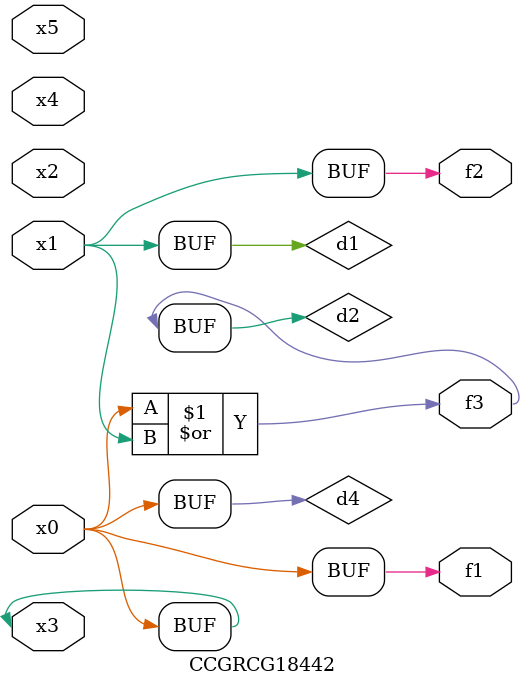
<source format=v>
module CCGRCG18442(
	input x0, x1, x2, x3, x4, x5,
	output f1, f2, f3
);

	wire d1, d2, d3, d4;

	and (d1, x1);
	or (d2, x0, x1);
	nand (d3, x0, x5);
	buf (d4, x0, x3);
	assign f1 = d4;
	assign f2 = d1;
	assign f3 = d2;
endmodule

</source>
